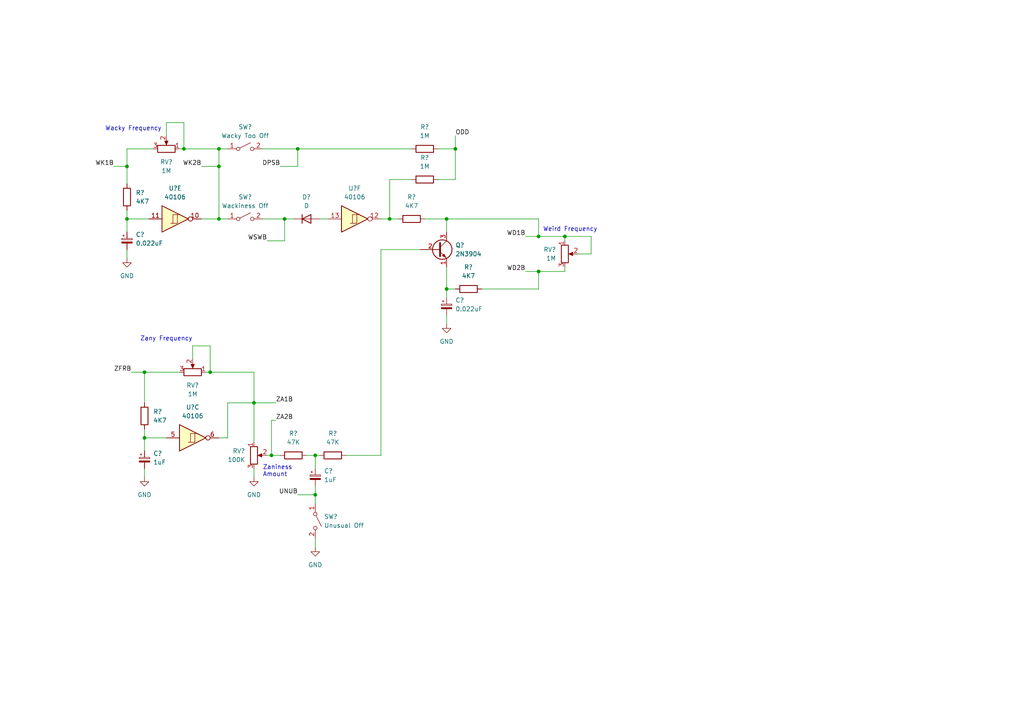
<source format=kicad_sch>
(kicad_sch (version 20211123) (generator eeschema)
  (paper "A4")
  (lib_symbols
    (symbol "4xxx:40106" (pin_names (offset 1.016))
      (property "Reference" "U" (at 0 1.27 0))
      (property "Value" "40106" (at 0 -1.27 0))
      (symbol "40106_1_0"
        (polyline (pts (xy -0.635 -1.27) (xy -0.635 1.27) (xy 0.635 1.27)))
        (polyline (pts (xy -3.81 3.81) (xy -3.81 -3.81) (xy 3.81 0) (xy -3.81 3.81)) (stroke (width 0.254)) (fill (type background)))
        (polyline (pts (xy -1.27 -1.27) (xy 0.635 -1.27) (xy 0.635 1.27) (xy 1.27 1.27)))
        (pin input line (at -7.62 0 0) (length 3.81) (name "~") (number "1"))
        (pin output inverted (at 7.62 0 180) (length 3.81) (name "~") (number "2"))
      )
      (symbol "40106_2_0"
        (polyline (pts (xy -0.635 -1.27) (xy -0.635 1.27) (xy 0.635 1.27)))
        (polyline (pts (xy -3.81 3.81) (xy -3.81 -3.81) (xy 3.81 0) (xy -3.81 3.81)) (stroke (width 0.254)) (fill (type background)))
        (polyline (pts (xy -1.27 -1.27) (xy 0.635 -1.27) (xy 0.635 1.27) (xy 1.27 1.27)))
        (pin input line (at -7.62 0 0) (length 3.81) (name "~") (number "3"))
        (pin output inverted (at 7.62 0 180) (length 3.81) (name "~") (number "4"))
      )
      (symbol "40106_3_0"
        (polyline (pts (xy -0.635 -1.27) (xy -0.635 1.27) (xy 0.635 1.27)))
        (polyline (pts (xy -3.81 3.81) (xy -3.81 -3.81) (xy 3.81 0) (xy -3.81 3.81)) (stroke (width 0.254)) (fill (type background)))
        (polyline (pts (xy -1.27 -1.27) (xy 0.635 -1.27) (xy 0.635 1.27) (xy 1.27 1.27)))
        (pin input line (at -7.62 0 0) (length 3.81) (name "~") (number "5"))
        (pin output inverted (at 7.62 0 180) (length 3.81) (name "~") (number "6"))
      )
      (symbol "40106_4_0"
        (polyline (pts (xy -0.635 -1.27) (xy -0.635 1.27) (xy 0.635 1.27)))
        (polyline (pts (xy -3.81 3.81) (xy -3.81 -3.81) (xy 3.81 0) (xy -3.81 3.81)) (stroke (width 0.254)) (fill (type background)))
        (polyline (pts (xy -1.27 -1.27) (xy 0.635 -1.27) (xy 0.635 1.27) (xy 1.27 1.27)))
        (pin output inverted (at 7.62 0 180) (length 3.81) (name "~") (number "8"))
        (pin input line (at -7.62 0 0) (length 3.81) (name "~") (number "9"))
      )
      (symbol "40106_5_0"
        (polyline (pts (xy -0.635 -1.27) (xy -0.635 1.27) (xy 0.635 1.27)))
        (polyline (pts (xy -3.81 3.81) (xy -3.81 -3.81) (xy 3.81 0) (xy -3.81 3.81)) (stroke (width 0.254)) (fill (type background)))
        (polyline (pts (xy -1.27 -1.27) (xy 0.635 -1.27) (xy 0.635 1.27) (xy 1.27 1.27)))
        (pin output inverted (at 7.62 0 180) (length 3.81) (name "~") (number "10"))
        (pin input line (at -7.62 0 0) (length 3.81) (name "~") (number "11"))
      )
      (symbol "40106_6_0"
        (polyline (pts (xy -0.635 -1.27) (xy -0.635 1.27) (xy 0.635 1.27)))
        (polyline (pts (xy -3.81 3.81) (xy -3.81 -3.81) (xy 3.81 0) (xy -3.81 3.81)) (stroke (width 0.254)) (fill (type background)))
        (polyline (pts (xy -1.27 -1.27) (xy 0.635 -1.27) (xy 0.635 1.27) (xy 1.27 1.27)))
        (pin output inverted (at 7.62 0 180) (length 3.81) (name "~") (number "12"))
        (pin input line (at -7.62 0 0) (length 3.81) (name "~") (number "13"))
      )
      (symbol "40106_7_0"
        (pin power_in line (at 0 12.7 270) (length 5.08) (name "VDD") (number "14"))
        (pin power_in line (at 0 -12.7 90) (length 5.08) (name "VSS") (number "7"))
      )
      (symbol "40106_7_1"
        (rectangle (start -5.08 7.62) (end 5.08 -7.62) (stroke (width 0.254)) (fill (type background)))
      )
    )
    (symbol "Device:C_Polarized_Small" (pin_numbers hide) (pin_names (offset 0.254) hide)
      (property "Reference" "C" (at 0.254 1.778 0))
      (property "Value" "C_Polarized_Small" (at 0.254 -2.032 0))
      (symbol "C_Polarized_Small_0_1"
        (rectangle (start -1.524 -0.3048) (end 1.524 -0.6858) (fill (type outline)))
        (rectangle (start -1.524 0.6858) (end 1.524 0.3048))
        (polyline (pts (xy -1.27 1.524) (xy -0.762 1.524)))
        (polyline (pts (xy -1.016 1.27) (xy -1.016 1.778)))
      )
      (symbol "C_Polarized_Small_1_1"
        (pin passive line (at 0 2.54 270) (length 1.8542) (name "~") (number "1"))
        (pin passive line (at 0 -2.54 90) (length 1.8542) (name "~") (number "2"))
      )
    )
    (symbol "Device:D" (pin_numbers hide) (pin_names (offset 1.016) hide)
      (property "Reference" "D" (at 0 2.54 0))
      (property "Value" "D" (at 0 -2.54 0))
      (symbol "D_0_1"
        (polyline (pts (xy -1.27 1.27) (xy -1.27 -1.27)) (stroke (width 0.254)))
        (polyline (pts (xy 1.27 0) (xy -1.27 0)))
        (polyline (pts (xy 1.27 1.27) (xy 1.27 -1.27) (xy -1.27 0) (xy 1.27 1.27)) (stroke (width 0.254)))
      )
      (symbol "D_1_1"
        (pin passive line (at -3.81 0 0) (length 2.54) (name "K") (number "1"))
        (pin passive line (at 3.81 0 180) (length 2.54) (name "A") (number "2"))
      )
    )
    (symbol "Device:R" (pin_numbers hide) (pin_names (offset 0))
      (property "Reference" "R" (at 2.032 0 90))
      (property "Value" "R" (at 0 0 90))
      (symbol "R_0_1"
        (rectangle (start -1.016 -2.54) (end 1.016 2.54) (stroke (width 0.254)))
      )
      (symbol "R_1_1"
        (pin passive line (at 0 3.81 270) (length 1.27) (name "~") (number "1"))
        (pin passive line (at 0 -3.81 90) (length 1.27) (name "~") (number "2"))
      )
    )
    (symbol "Device:R_Potentiometer" (pin_names (offset 1.016) hide)
      (property "Reference" "RV" (at -4.445 0 90))
      (property "Value" "R_Potentiometer" (at -2.54 0 90))
      (symbol "R_Potentiometer_0_1"
        (polyline (pts (xy 2.54 0) (xy 1.524 0)))
        (polyline (pts (xy 1.143 0) (xy 2.286 0.508) (xy 2.286 -0.508) (xy 1.143 0)) (fill (type outline)))
        (rectangle (start 1.016 2.54) (end -1.016 -2.54) (stroke (width 0.254)))
      )
      (symbol "R_Potentiometer_1_1"
        (pin passive line (at 0 3.81 270) (length 1.27) (name "1") (number "1"))
        (pin passive line (at 3.81 0 180) (length 1.27) (name "2") (number "2"))
        (pin passive line (at 0 -3.81 90) (length 1.27) (name "3") (number "3"))
      )
    )
    (symbol "Switch:SW_SPST" (pin_names (offset 0) hide)
      (property "Reference" "SW" (at 0 3.175 0))
      (property "Value" "SW_SPST" (at 0 -2.54 0))
      (symbol "SW_SPST_0_0"
        (circle (center -2.032 0) (radius 0.508))
        (polyline (pts (xy -1.524 0.254) (xy 1.524 1.778)))
        (circle (center 2.032 0) (radius 0.508))
      )
      (symbol "SW_SPST_1_1"
        (pin passive line (at -5.08 0 0) (length 2.54) (name "A") (number "1"))
        (pin passive line (at 5.08 0 180) (length 2.54) (name "B") (number "2"))
      )
    )
    (symbol "Transistor_BJT:2N3904" (pin_names (offset 0) hide)
      (property "Reference" "Q" (at 5.08 1.905 0))
      (property "Value" "2N3904" (at 5.08 0 0))
      (symbol "2N3904_0_1"
        (polyline (pts (xy 0.635 0.635) (xy 2.54 2.54)))
        (polyline (pts (xy 0.635 -0.635) (xy 2.54 -2.54) (xy 2.54 -2.54)))
        (polyline (pts (xy 0.635 1.905) (xy 0.635 -1.905) (xy 0.635 -1.905)) (stroke (width 0.508)))
        (polyline (pts (xy 1.27 -1.778) (xy 1.778 -1.27) (xy 2.286 -2.286) (xy 1.27 -1.778) (xy 1.27 -1.778)) (fill (type outline)))
        (circle (center 1.27 0) (radius 2.8194) (stroke (width 0.254)))
      )
      (symbol "2N3904_1_1"
        (pin passive line (at 2.54 -5.08 90) (length 2.54) (name "E") (number "1"))
        (pin passive line (at -5.08 0 0) (length 5.715) (name "B") (number "2"))
        (pin passive line (at 2.54 5.08 270) (length 2.54) (name "C") (number "3"))
      )
    )
    (symbol "power:GND" (power) (pin_names (offset 0))
      (property "Value" "GND" (at 0 -3.81 0))
      (symbol "GND_0_1"
        (polyline (pts (xy 0 0) (xy 0 -1.27) (xy 1.27 -1.27) (xy 0 -2.54) (xy -1.27 -1.27) (xy 0 -1.27)))
      )
      (symbol "GND_1_1"
        (pin power_in line (at 0 0 270) (length 0) hide (name "GND") (number "1"))
      )
    )
  )
  (junction (at 73.66 116.84))
  (junction (at 63.5 63.5))
  (junction (at 36.83 63.5))
  (junction (at 36.83 48.26))
  (junction (at 78.74 132.08))
  (junction (at 132.08 43.18))
  (junction (at 163.83 68.58))
  (junction (at 82.55 63.5))
  (junction (at 41.91 107.95))
  (junction (at 63.5 43.18))
  (junction (at 41.91 127))
  (junction (at 91.44 132.08))
  (junction (at 53.34 43.18))
  (junction (at 156.21 68.58))
  (junction (at 60.96 107.95))
  (junction (at 129.54 83.82))
  (junction (at 63.5 48.26))
  (junction (at 91.44 143.51))
  (junction (at 86.36 43.18))
  (junction (at 129.54 63.5))
  (junction (at 113.03 63.5))
  (junction (at 156.21 78.74))
  (wire (pts (xy 53.34 43.18) (xy 63.5 43.18)))
  (wire (pts (xy 129.54 63.5) (xy 129.54 67.31)))
  (wire (pts (xy 73.66 116.84) (xy 73.66 128.27)))
  (wire (pts (xy 127 43.18) (xy 132.08 43.18)))
  (wire (pts (xy 171.45 68.58) (xy 163.83 68.58)))
  (wire (pts (xy 76.2 43.18) (xy 86.36 43.18)))
  (wire (pts (xy 129.54 63.5) (xy 156.21 63.5)))
  (wire (pts (xy 63.5 63.5) (xy 66.04 63.5)))
  (wire (pts (xy 91.44 143.51) (xy 91.44 146.05)))
  (wire (pts (xy 81.28 48.26) (xy 86.36 48.26)))
  (wire (pts (xy 41.91 135.89) (xy 41.91 138.43)))
  (wire (pts (xy 36.83 43.18) (xy 36.83 48.26)))
  (wire (pts (xy 91.44 132.08) (xy 91.44 135.89)))
  (wire (pts (xy 156.21 78.74) (xy 163.83 78.74)))
  (wire (pts (xy 53.34 43.18) (xy 53.34 35.56)))
  (wire (pts (xy 60.96 107.95) (xy 73.66 107.95)))
  (wire (pts (xy 58.42 48.26) (xy 63.5 48.26)))
  (wire (pts (xy 36.83 60.96) (xy 36.83 63.5)))
  (wire (pts (xy 152.4 68.58) (xy 156.21 68.58)))
  (wire (pts (xy 63.5 127) (xy 66.04 127)))
  (wire (pts (xy 121.92 72.39) (xy 110.49 72.39)))
  (wire (pts (xy 73.66 116.84) (xy 80.01 116.84)))
  (wire (pts (xy 77.47 132.08) (xy 78.74 132.08)))
  (wire (pts (xy 110.49 63.5) (xy 113.03 63.5)))
  (wire (pts (xy 110.49 72.39) (xy 110.49 132.08)))
  (wire (pts (xy 91.44 140.97) (xy 91.44 143.51)))
  (wire (pts (xy 163.83 68.58) (xy 163.83 69.85)))
  (wire (pts (xy 60.96 107.95) (xy 59.69 107.95)))
  (wire (pts (xy 167.64 73.66) (xy 171.45 73.66)))
  (wire (pts (xy 91.44 132.08) (xy 92.71 132.08)))
  (wire (pts (xy 139.7 83.82) (xy 156.21 83.82)))
  (wire (pts (xy 77.47 69.85) (xy 82.55 69.85)))
  (wire (pts (xy 129.54 83.82) (xy 129.54 77.47)))
  (wire (pts (xy 41.91 124.46) (xy 41.91 127)))
  (wire (pts (xy 63.5 63.5) (xy 63.5 48.26)))
  (wire (pts (xy 129.54 83.82) (xy 132.08 83.82)))
  (wire (pts (xy 88.9 132.08) (xy 91.44 132.08)))
  (wire (pts (xy 129.54 83.82) (xy 129.54 86.36)))
  (wire (pts (xy 78.74 132.08) (xy 78.74 121.92)))
  (wire (pts (xy 127 52.07) (xy 132.08 52.07)))
  (wire (pts (xy 132.08 52.07) (xy 132.08 43.18)))
  (wire (pts (xy 82.55 63.5) (xy 85.09 63.5)))
  (wire (pts (xy 110.49 132.08) (xy 100.33 132.08)))
  (wire (pts (xy 86.36 43.18) (xy 86.36 48.26)))
  (wire (pts (xy 41.91 107.95) (xy 41.91 116.84)))
  (wire (pts (xy 152.4 78.74) (xy 156.21 78.74)))
  (wire (pts (xy 82.55 63.5) (xy 82.55 69.85)))
  (wire (pts (xy 91.44 156.21) (xy 91.44 158.75)))
  (wire (pts (xy 36.83 63.5) (xy 43.18 63.5)))
  (wire (pts (xy 73.66 135.89) (xy 73.66 138.43)))
  (wire (pts (xy 92.71 63.5) (xy 95.25 63.5)))
  (wire (pts (xy 33.02 48.26) (xy 36.83 48.26)))
  (wire (pts (xy 156.21 63.5) (xy 156.21 68.58)))
  (wire (pts (xy 73.66 107.95) (xy 73.66 116.84)))
  (wire (pts (xy 53.34 35.56) (xy 48.26 35.56)))
  (wire (pts (xy 163.83 78.74) (xy 163.83 77.47)))
  (wire (pts (xy 86.36 43.18) (xy 119.38 43.18)))
  (wire (pts (xy 171.45 73.66) (xy 171.45 68.58)))
  (wire (pts (xy 113.03 63.5) (xy 115.57 63.5)))
  (wire (pts (xy 76.2 63.5) (xy 82.55 63.5)))
  (wire (pts (xy 156.21 68.58) (xy 163.83 68.58)))
  (wire (pts (xy 113.03 52.07) (xy 119.38 52.07)))
  (wire (pts (xy 41.91 107.95) (xy 52.07 107.95)))
  (wire (pts (xy 44.45 43.18) (xy 36.83 43.18)))
  (wire (pts (xy 63.5 43.18) (xy 63.5 48.26)))
  (wire (pts (xy 78.74 132.08) (xy 81.28 132.08)))
  (wire (pts (xy 36.83 48.26) (xy 36.83 53.34)))
  (wire (pts (xy 78.74 121.92) (xy 80.01 121.92)))
  (wire (pts (xy 53.34 43.18) (xy 52.07 43.18)))
  (wire (pts (xy 36.83 72.39) (xy 36.83 74.93)))
  (wire (pts (xy 41.91 127) (xy 48.26 127)))
  (wire (pts (xy 123.19 63.5) (xy 129.54 63.5)))
  (wire (pts (xy 132.08 39.37) (xy 132.08 43.18)))
  (wire (pts (xy 48.26 35.56) (xy 48.26 39.37)))
  (wire (pts (xy 66.04 116.84) (xy 66.04 127)))
  (wire (pts (xy 156.21 83.82) (xy 156.21 78.74)))
  (wire (pts (xy 60.96 107.95) (xy 60.96 100.33)))
  (wire (pts (xy 63.5 43.18) (xy 66.04 43.18)))
  (wire (pts (xy 86.36 143.51) (xy 91.44 143.51)))
  (wire (pts (xy 38.1 107.95) (xy 41.91 107.95)))
  (wire (pts (xy 60.96 100.33) (xy 55.88 100.33)))
  (wire (pts (xy 129.54 91.44) (xy 129.54 93.98)))
  (wire (pts (xy 36.83 63.5) (xy 36.83 67.31)))
  (wire (pts (xy 113.03 63.5) (xy 113.03 52.07)))
  (wire (pts (xy 66.04 116.84) (xy 73.66 116.84)))
  (wire (pts (xy 55.88 100.33) (xy 55.88 104.14)))
  (wire (pts (xy 58.42 63.5) (xy 63.5 63.5)))
  (wire (pts (xy 41.91 127) (xy 41.91 130.81)))
  (text "Weird Frequency" (at 157.48 67.31 0) (effects (font (size 1.27 1.27)) (justify left bottom)))
  (text "Wacky Frequency" (at 30.48 38.1 0) (effects (font (size 1.27 1.27)) (justify left bottom)))
  (text "Zaniness\nAmount" (at 76.2 138.43 0) (effects (font (size 1.27 1.27)) (justify left bottom)))
  (text "Zany Frequency" (at 40.64 99.06 0) (effects (font (size 1.27 1.27)) (justify left bottom)))
  (label "WD1B" (at 152.4 68.58 180))
  (label "DPSB" (at 81.28 48.26 180))
  (label "UNUB" (at 86.36 143.51 180))
  (label "ZFRB" (at 38.1 107.95 180))
  (label "ZA1B" (at 80.01 116.84 0))
  (label "WD2B" (at 152.4 78.74 180))
  (label "WK2B" (at 58.42 48.26 180))
  (label "ODD" (at 132.08 39.37 0))
  (label "WK1B" (at 33.02 48.26 180))
  (label "ZA2B" (at 80.01 121.92 0))
  (label "WSWB" (at 77.47 69.85 180))
  (symbol (lib_id "power:GND") (at 36.83 74.93 0) (unit 1)
    (property "Reference" "#PWR?" (effects hide))
    (property "Value" "GND" (at 36.83 80.01 0))
  )
  (symbol (lib_id "power:GND") (at 91.44 158.75 0) (unit 1)
    (property "Reference" "#PWR?" (effects hide))
    (property "Value" "GND" (at 91.44 163.83 0))
  )
  (symbol (lib_id "Device:R") (at 41.91 120.65 0) (unit 1)
    (property "Reference" "R?" (at 44.45 119.3799 0) (effects (justify left)))
    (property "Value" "4K7" (at 44.45 121.9199 0) (effects (justify left)))
  )
  (symbol (lib_id "Transistor_BJT:2N3904") (at 127 72.39 0) (unit 1)
    (property "Reference" "Q?" (at 132.08 71.1199 0) (effects (justify left)))
    (property "Value" "2N3904" (at 132.08 73.6599 0) (effects (justify left)))
    (property "Footprint" "Package_TO_SOT_THT:TO-92_Inline" (effects hide))
    (property "Datasheet" "https://www.onsemi.com/pub/Collateral/2N3903-D.PDF" (effects hide))
  )
  (symbol (lib_id "Device:R") (at 123.19 52.07 90) (unit 1)
    (property "Reference" "R?" (at 123.19 45.72 90))
    (property "Value" "1M" (at 123.19 48.26 90))
  )
  (symbol (lib_id "Device:R") (at 135.89 83.82 90) (unit 1)
    (property "Reference" "R?" (at 135.89 77.47 90))
    (property "Value" "4K7" (at 135.89 80.01 90))
  )
  (symbol (lib_id "Switch:SW_SPST") (at 91.44 151.13 270) (unit 1)
    (property "Reference" "SW?" (at 93.98 149.8599 90) (effects (justify left)))
    (property "Value" "Unusual Off" (at 93.98 152.3999 90) (effects (justify left)))
  )
  (symbol (lib_id "Device:R") (at 123.19 43.18 90) (unit 1)
    (property "Reference" "R?" (at 123.19 36.83 90))
    (property "Value" "1M" (at 123.19 39.37 90))
  )
  (symbol (lib_id "Device:C_Polarized_Small") (at 91.44 138.43 0) (unit 1)
    (property "Reference" "C?" (at 93.98 136.6138 0) (effects (justify left)))
    (property "Value" "1uF" (at 93.98 139.1538 0) (effects (justify left)))
  )
  (symbol (lib_id "Switch:SW_SPST") (at 71.12 43.18 0) (unit 1)
    (property "Reference" "SW?" (at 71.12 36.83 0))
    (property "Value" "Wacky Too Off" (at 71.12 39.37 0))
  )
  (symbol (lib_id "4xxx:40106") (at 102.87 63.5 0) (unit 6)
    (property "Reference" "U?" (at 102.87 54.61 0))
    (property "Value" "40106" (at 102.87 57.15 0))
    (property "Datasheet" "https://assets.nexperia.com/documents/data-sheet/HEF40106B.pdf" (effects hide))
  )
  (symbol (lib_id "Device:R") (at 36.83 57.15 0) (unit 1)
    (property "Reference" "R?" (at 39.37 55.8799 0) (effects (justify left)))
    (property "Value" "4K7" (at 39.37 58.4199 0) (effects (justify left)))
  )
  (symbol (lib_id "Device:R_Potentiometer") (at 55.88 107.95 270) (mirror x) (unit 1)
    (property "Reference" "RV?" (at 55.88 111.76 90))
    (property "Value" "1M" (at 55.88 114.3 90))
  )
  (symbol (lib_id "Device:C_Polarized_Small") (at 129.54 88.9 0) (unit 1)
    (property "Reference" "C?" (at 132.08 87.0838 0) (effects (justify left)))
    (property "Value" "0.022uF" (at 132.08 89.6238 0) (effects (justify left)))
  )
  (symbol (lib_id "Device:R_Potentiometer") (at 73.66 132.08 0) (unit 1)
    (property "Reference" "RV?" (at 71.12 130.8099 0) (effects (justify right)))
    (property "Value" "100K" (at 71.12 133.3499 0) (effects (justify right)))
  )
  (symbol (lib_id "4xxx:40106") (at 50.8 63.5 0) (unit 5)
    (property "Reference" "U?" (at 50.8 54.61 0))
    (property "Value" "40106" (at 50.8 57.15 0))
    (property "Datasheet" "https://assets.nexperia.com/documents/data-sheet/HEF40106B.pdf" (effects hide))
  )
  (symbol (lib_id "power:GND") (at 73.66 138.43 0) (unit 1)
    (property "Reference" "#PWR?" (effects hide))
    (property "Value" "GND" (at 73.66 143.51 0))
  )
  (symbol (lib_id "Device:R") (at 96.52 132.08 90) (unit 1)
    (property "Reference" "R?" (at 96.52 125.73 90))
    (property "Value" "47K" (at 96.52 128.27 90))
  )
  (symbol (lib_id "Device:R_Potentiometer") (at 48.26 43.18 270) (mirror x) (unit 1)
    (property "Reference" "RV?" (at 48.26 46.99 90))
    (property "Value" "1M" (at 48.26 49.53 90))
  )
  (symbol (lib_id "Device:R") (at 119.38 63.5 90) (unit 1)
    (property "Reference" "R?" (at 119.38 57.15 90))
    (property "Value" "4K7" (at 119.38 59.69 90))
  )
  (symbol (lib_id "Device:R_Potentiometer") (at 163.83 73.66 0) (unit 1)
    (property "Reference" "RV?" (at 161.29 72.3899 0) (effects (justify right)))
    (property "Value" "1M" (at 161.29 74.9299 0) (effects (justify right)))
  )
  (symbol (lib_id "Device:C_Polarized_Small") (at 36.83 69.85 0) (unit 1)
    (property "Reference" "C?" (at 39.37 68.0338 0) (effects (justify left)))
    (property "Value" "0.022uF" (at 39.37 70.5738 0) (effects (justify left)))
  )
  (symbol (lib_id "Device:C_Polarized_Small") (at 41.91 133.35 0) (unit 1)
    (property "Reference" "C?" (at 44.45 131.5338 0) (effects (justify left)))
    (property "Value" "1uF" (at 44.45 134.0738 0) (effects (justify left)))
  )
  (symbol (lib_id "Device:D") (at 88.9 63.5 0) (unit 1)
    (property "Reference" "D?" (at 88.9 57.15 0))
    (property "Value" "D" (at 88.9 59.69 0))
  )
  (symbol (lib_id "Device:R") (at 85.09 132.08 90) (unit 1)
    (property "Reference" "R?" (at 85.09 125.73 90))
    (property "Value" "47K" (at 85.09 128.27 90))
  )
  (symbol (lib_id "Switch:SW_SPST") (at 71.12 63.5 0) (unit 1)
    (property "Reference" "SW?" (at 71.12 57.15 0))
    (property "Value" "Wackiness Off" (at 71.12 59.69 0))
  )
  (symbol (lib_id "power:GND") (at 41.91 138.43 0) (unit 1)
    (property "Reference" "#PWR?" (effects hide))
    (property "Value" "GND" (at 41.91 143.51 0))
  )
  (symbol (lib_id "4xxx:40106") (at 55.88 127 0) (unit 3)
    (property "Reference" "U?" (at 55.88 118.11 0))
    (property "Value" "40106" (at 55.88 120.65 0))
    (property "Datasheet" "https://assets.nexperia.com/documents/data-sheet/HEF40106B.pdf" (effects hide))
  )
  (symbol (lib_id "power:GND") (at 129.54 93.98 0) (unit 1)
    (property "Reference" "#PWR?" (effects hide))
    (property "Value" "GND" (at 129.54 99.06 0))
  )
)
</source>
